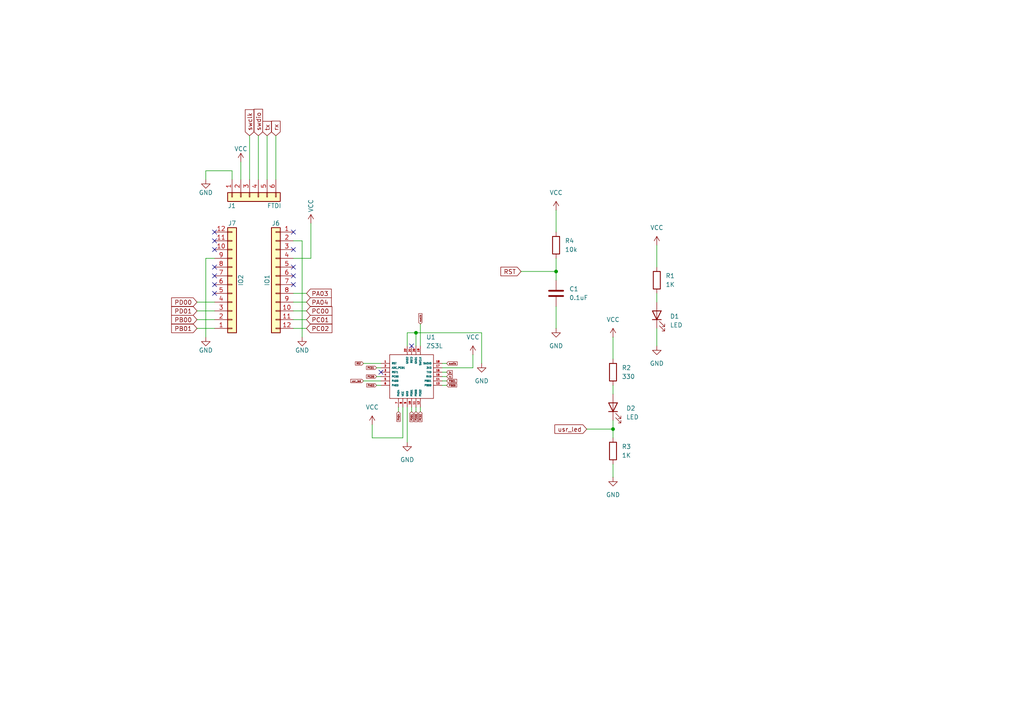
<source format=kicad_sch>
(kicad_sch (version 20231120) (generator "eeschema") (generator_version "8.0")
  (paper "A4")
  (title_block (date "sam. 04 avril 2015"))
  (lib_symbols
    (symbol "Connector_Generic:Conn_01x06" (pin_names (offset 1.016) hide)
      (property "Reference" "J" (at 0 7.62 0))
      (property "Value" "Conn_01x06" (at 0 -10.16 0))
      (symbol "Conn_01x06_1_1"
        (rectangle (start -1.27 -7.493) (end 0 -7.747) (stroke (width 0.1524)))
        (rectangle (start -1.27 -4.953) (end 0 -5.207) (stroke (width 0.1524)))
        (rectangle (start -1.27 -2.413) (end 0 -2.667) (stroke (width 0.1524)))
        (rectangle (start -1.27 0.127) (end 0 -0.127) (stroke (width 0.1524)))
        (rectangle (start -1.27 2.667) (end 0 2.413) (stroke (width 0.1524)))
        (rectangle (start -1.27 5.207) (end 0 4.953) (stroke (width 0.1524)))
        (rectangle (start -1.27 6.35) (end 1.27 -8.89) (stroke (width 0.254)) (fill (type background)))
        (pin passive line (at -5.08 5.08 0) (length 3.81) (name "Pin_1") (number "1"))
        (pin passive line (at -5.08 2.54 0) (length 3.81) (name "Pin_2") (number "2"))
        (pin passive line (at -5.08 0 0) (length 3.81) (name "Pin_3") (number "3"))
        (pin passive line (at -5.08 -2.54 0) (length 3.81) (name "Pin_4") (number "4"))
        (pin passive line (at -5.08 -5.08 0) (length 3.81) (name "Pin_5") (number "5"))
        (pin passive line (at -5.08 -7.62 0) (length 3.81) (name "Pin_6") (number "6"))
      )
    )
    (symbol "Connector_Generic:Conn_01x12" (pin_names (offset 1.016) hide)
      (property "Reference" "J" (at 0 15.24 0))
      (property "Value" "Conn_01x12" (at 0 -17.78 0))
      (symbol "Conn_01x12_1_1"
        (rectangle (start -1.27 -15.113) (end 0 -15.367) (stroke (width 0.1524)))
        (rectangle (start -1.27 -12.573) (end 0 -12.827) (stroke (width 0.1524)))
        (rectangle (start -1.27 -10.033) (end 0 -10.287) (stroke (width 0.1524)))
        (rectangle (start -1.27 -7.493) (end 0 -7.747) (stroke (width 0.1524)))
        (rectangle (start -1.27 -4.953) (end 0 -5.207) (stroke (width 0.1524)))
        (rectangle (start -1.27 -2.413) (end 0 -2.667) (stroke (width 0.1524)))
        (rectangle (start -1.27 0.127) (end 0 -0.127) (stroke (width 0.1524)))
        (rectangle (start -1.27 2.667) (end 0 2.413) (stroke (width 0.1524)))
        (rectangle (start -1.27 5.207) (end 0 4.953) (stroke (width 0.1524)))
        (rectangle (start -1.27 7.747) (end 0 7.493) (stroke (width 0.1524)))
        (rectangle (start -1.27 10.287) (end 0 10.033) (stroke (width 0.1524)))
        (rectangle (start -1.27 12.827) (end 0 12.573) (stroke (width 0.1524)))
        (rectangle (start -1.27 13.97) (end 1.27 -16.51) (stroke (width 0.254)) (fill (type background)))
        (pin passive line (at -5.08 12.7 0) (length 3.81) (name "Pin_1") (number "1"))
        (pin passive line (at -5.08 -10.16 0) (length 3.81) (name "Pin_10") (number "10"))
        (pin passive line (at -5.08 -12.7 0) (length 3.81) (name "Pin_11") (number "11"))
        (pin passive line (at -5.08 -15.24 0) (length 3.81) (name "Pin_12") (number "12"))
        (pin passive line (at -5.08 10.16 0) (length 3.81) (name "Pin_2") (number "2"))
        (pin passive line (at -5.08 7.62 0) (length 3.81) (name "Pin_3") (number "3"))
        (pin passive line (at -5.08 5.08 0) (length 3.81) (name "Pin_4") (number "4"))
        (pin passive line (at -5.08 2.54 0) (length 3.81) (name "Pin_5") (number "5"))
        (pin passive line (at -5.08 0 0) (length 3.81) (name "Pin_6") (number "6"))
        (pin passive line (at -5.08 -2.54 0) (length 3.81) (name "Pin_7") (number "7"))
        (pin passive line (at -5.08 -5.08 0) (length 3.81) (name "Pin_8") (number "8"))
        (pin passive line (at -5.08 -7.62 0) (length 3.81) (name "Pin_9") (number "9"))
      )
    )
    (symbol "Device:C" (pin_numbers hide) (pin_names (offset 0.254))
      (property "Reference" "C" (at 0.635 2.54 0))
      (property "Value" "C" (at 0.635 -2.54 0))
      (symbol "C_0_1"
        (polyline (pts (xy -2.032 -0.762) (xy 2.032 -0.762)) (stroke (width 0.508)))
        (polyline (pts (xy -2.032 0.762) (xy 2.032 0.762)) (stroke (width 0.508)))
      )
      (symbol "C_1_1"
        (pin passive line (at 0 3.81 270) (length 2.794) (name "~") (number "1"))
        (pin passive line (at 0 -3.81 90) (length 2.794) (name "~") (number "2"))
      )
    )
    (symbol "Device:LED" (pin_numbers hide) (pin_names (offset 1.016) hide)
      (property "Reference" "D" (at 0 2.54 0))
      (property "Value" "LED" (at 0 -2.54 0))
      (symbol "LED_0_1"
        (polyline (pts (xy -1.27 -1.27) (xy -1.27 1.27)) (stroke (width 0.254)))
        (polyline (pts (xy -1.27 0) (xy 1.27 0)))
        (polyline (pts (xy 1.27 -1.27) (xy 1.27 1.27) (xy -1.27 0) (xy 1.27 -1.27)) (stroke (width 0.254)))
        (polyline (pts (xy -3.048 -0.762) (xy -4.572 -2.286) (xy -3.81 -2.286) (xy -4.572 -2.286) (xy -4.572 -1.524)))
        (polyline (pts (xy -1.778 -0.762) (xy -3.302 -2.286) (xy -2.54 -2.286) (xy -3.302 -2.286) (xy -3.302 -1.524)))
      )
      (symbol "LED_1_1"
        (pin passive line (at -3.81 0 0) (length 2.54) (name "K") (number "1"))
        (pin passive line (at 3.81 0 180) (length 2.54) (name "A") (number "2"))
      )
    )
    (symbol "Device:R" (pin_numbers hide) (pin_names (offset 0))
      (property "Reference" "R" (at 2.032 0 90))
      (property "Value" "R" (at 0 0 90))
      (symbol "R_0_1"
        (rectangle (start -1.016 -2.54) (end 1.016 2.54) (stroke (width 0.254)))
      )
      (symbol "R_1_1"
        (pin passive line (at 0 3.81 270) (length 1.27) (name "~") (number "1"))
        (pin passive line (at 0 -3.81 90) (length 1.27) (name "~") (number "2"))
      )
    )
    (symbol "GND_1" (power) (pin_numbers hide) (pin_names (offset 0) hide)
      (property "Value" "GND" (at 0 -3.81 0))
      (symbol "GND_1_0_1"
        (polyline (pts (xy 0 0) (xy 0 -1.27) (xy 1.27 -1.27) (xy 0 -2.54) (xy -1.27 -1.27) (xy 0 -1.27)))
      )
      (symbol "GND_1_1_1"
        (pin power_in line (at 0 0 270) (length 0) (name "~") (number "1"))
      )
    )
    (symbol "GND_2" (power) (pin_numbers hide) (pin_names (offset 0) hide)
      (property "Value" "GND" (at 0 -3.81 0))
      (symbol "GND_2_0_1"
        (polyline (pts (xy 0 0) (xy 0 -1.27) (xy 1.27 -1.27) (xy 0 -2.54) (xy -1.27 -1.27) (xy 0 -1.27)))
      )
      (symbol "GND_2_1_1"
        (pin power_in line (at 0 0 270) (length 0) (name "~") (number "1"))
      )
    )
    (symbol "GND_3" (power) (pin_numbers hide) (pin_names (offset 0) hide)
      (property "Value" "GND" (at 0 -3.81 0))
      (symbol "GND_3_0_1"
        (polyline (pts (xy 0 0) (xy 0 -1.27) (xy 1.27 -1.27) (xy 0 -2.54) (xy -1.27 -1.27) (xy 0 -1.27)))
      )
      (symbol "GND_3_1_1"
        (pin power_in line (at 0 0 270) (length 0) (name "~") (number "1"))
      )
    )
    (symbol "GND_4" (power) (pin_numbers hide) (pin_names (offset 0) hide)
      (property "Value" "GND" (at 0 -3.81 0))
      (symbol "GND_4_0_1"
        (polyline (pts (xy 0 0) (xy 0 -1.27) (xy 1.27 -1.27) (xy 0 -2.54) (xy -1.27 -1.27) (xy 0 -1.27)))
      )
      (symbol "GND_4_1_1"
        (pin power_in line (at 0 0 270) (length 0) (name "~") (number "1"))
      )
    )
    (symbol "VCC_1" (power) (pin_numbers hide) (pin_names (offset 0) hide)
      (property "Value" "VCC" (at 0 3.556 0))
      (symbol "VCC_1_0_1"
        (polyline (pts (xy -0.762 1.27) (xy 0 2.54)))
        (polyline (pts (xy 0 0) (xy 0 2.54)))
        (polyline (pts (xy 0 2.54) (xy 0.762 1.27)))
      )
      (symbol "VCC_1_1_1"
        (pin power_in line (at 0 0 90) (length 0) (name "~") (number "1"))
      )
    )
    (symbol "VCC_2" (power) (pin_numbers hide) (pin_names (offset 0) hide)
      (property "Value" "VCC" (at 0 3.556 0))
      (symbol "VCC_2_0_1"
        (polyline (pts (xy -0.762 1.27) (xy 0 2.54)))
        (polyline (pts (xy 0 0) (xy 0 2.54)))
        (polyline (pts (xy 0 2.54) (xy 0.762 1.27)))
      )
      (symbol "VCC_2_1_1"
        (pin power_in line (at 0 0 90) (length 0) (name "~") (number "1"))
      )
    )
    (symbol "VCC_3" (power) (pin_numbers hide) (pin_names (offset 0) hide)
      (property "Value" "VCC" (at 0 3.556 0))
      (symbol "VCC_3_0_1"
        (polyline (pts (xy -0.762 1.27) (xy 0 2.54)))
        (polyline (pts (xy 0 0) (xy 0 2.54)))
        (polyline (pts (xy 0 2.54) (xy 0.762 1.27)))
      )
      (symbol "VCC_3_1_1"
        (pin power_in line (at 0 0 90) (length 0) (name "~") (number "1"))
      )
    )
    (symbol "local_Library:ZS3L_module"
      (property "Reference" "U" (at 0 0 0))
      (property "Value" "ZS3L" (at 5.842 -7.62 0))
      (symbol "ZS3L_module_0_1"
        (rectangle (start -6.35 6.35) (end 6.35 -6.35))
      )
      (symbol "ZS3L_module_1_1"
        (pin unspecified line (at -8.89 3.81 0) (length 2.54) (name "RST") (number "1"))
        (pin unspecified line (at 0 -8.89 90) (length 2.54) (name "PD01") (number "10"))
        (pin unspecified line (at 1.27 -8.89 90) (length 2.54) (name "PD00") (number "11"))
        (pin unspecified line (at 2.54 -8.89 90) (length 2.54) (name "PC02") (number "12"))
        (pin unspecified line (at 8.89 -2.54 180) (length 2.54) (name "PB00") (number "13"))
        (pin unspecified line (at 8.89 -1.27 180) (length 2.54) (name "PB01") (number "14"))
        (pin unspecified line (at 8.89 0 180) (length 2.54) (name "RXD") (number "15"))
        (pin unspecified line (at 8.89 1.27 180) (length 2.54) (name "TXD") (number "16"))
        (pin power_in line (at 8.89 2.54 180) (length 2.54) (name "3V3") (number "17"))
        (pin unspecified line (at 8.89 3.81 180) (length 2.54) (name "SWDIO") (number "18"))
        (pin unspecified line (at 2.54 8.89 270) (length 2.54) (name "SWCLK") (number "19"))
        (pin unspecified line (at -8.89 2.54 0) (length 2.54) (name "ADC_PC01") (number "2"))
        (pin power_in line (at 1.27 8.89 270) (length 2.54) (name "GND1") (number "20"))
        (pin unspecified line (at 0 8.89 270) (length 2.54) (name "RST2") (number "21"))
        (pin power_in line (at -1.27 8.89 270) (length 2.54) (name "GND2") (number "22"))
        (pin unspecified line (at -8.89 1.27 0) (length 2.54) (name "RST1") (number "3"))
        (pin unspecified line (at -8.89 0 0) (length 2.54) (name "PC00") (number "4"))
        (pin unspecified line (at -8.89 -1.27 0) (length 2.54) (name "PA00") (number "5"))
        (pin unspecified line (at -8.89 -2.54 0) (length 2.54) (name "PA03") (number "6"))
        (pin unspecified line (at -3.81 -8.89 90) (length 2.54) (name "PA04") (number "7"))
        (pin power_in line (at -2.54 -8.89 90) (length 2.54) (name "VCC") (number "8"))
        (pin power_in line (at -1.27 -8.89 90) (length 2.54) (name "GND") (number "9"))
      )
    )
    (symbol "power:GND" (power) (pin_names (offset 0))
      (property "Value" "GND" (at 0 -3.81 0))
      (symbol "GND_0_1"
        (polyline (pts (xy 0 0) (xy 0 -1.27) (xy 1.27 -1.27) (xy 0 -2.54) (xy -1.27 -1.27) (xy 0 -1.27)))
      )
      (symbol "GND_1_1"
        (pin power_in line (at 0 0 270) (length 0) hide (name "GND") (number "1"))
      )
    )
    (symbol "power:VCC" (power) (pin_names (offset 0))
      (property "Value" "VCC" (at 0 3.81 0))
      (symbol "VCC_0_1"
        (polyline (pts (xy -0.762 1.27) (xy 0 2.54)))
        (polyline (pts (xy 0 0) (xy 0 2.54)))
        (polyline (pts (xy 0 2.54) (xy 0.762 1.27)))
      )
      (symbol "VCC_1_1"
        (pin power_in line (at 0 0 90) (length 0) hide (name "VCC") (number "1"))
      )
    )
  )
  (junction (at 120.65 96.52))
  (junction (at 161.29 78.74))
  (junction (at 177.8 124.46))
  (no_connect (at 62.23 67.31))
  (no_connect (at 119.38 100.33))
  (no_connect (at 62.23 82.55))
  (no_connect (at 62.23 72.39))
  (no_connect (at 62.23 80.01))
  (no_connect (at 85.09 80.01))
  (no_connect (at 110.49 107.95))
  (no_connect (at 62.23 85.09))
  (no_connect (at 85.09 77.47))
  (no_connect (at 85.09 67.31))
  (no_connect (at 62.23 77.47))
  (no_connect (at 85.09 72.39))
  (no_connect (at 62.23 69.85))
  (no_connect (at 85.09 82.55))
  (wire (pts (xy 85.09 90.17) (xy 88.9 90.17)))
  (wire (pts (xy 151.13 78.74) (xy 161.29 78.74)))
  (wire (pts (xy 118.11 118.11) (xy 118.11 128.27)))
  (wire (pts (xy 105.41 105.41) (xy 110.49 105.41)))
  (wire (pts (xy 59.69 74.93) (xy 59.69 97.79)))
  (wire (pts (xy 177.8 97.79) (xy 177.8 104.14)))
  (wire (pts (xy 137.16 106.68) (xy 137.16 102.87)))
  (wire (pts (xy 128.27 106.68) (xy 137.16 106.68)))
  (wire (pts (xy 57.15 87.63) (xy 62.23 87.63)))
  (wire (pts (xy 105.41 110.49) (xy 110.49 110.49)))
  (wire (pts (xy 190.5 85.09) (xy 190.5 87.63)))
  (wire (pts (xy 69.85 46.99) (xy 69.85 52.07)))
  (wire (pts (xy 121.92 93.98) (xy 121.92 100.33)))
  (wire (pts (xy 87.63 69.85) (xy 87.63 97.79)))
  (wire (pts (xy 67.31 49.53) (xy 67.31 52.07)))
  (wire (pts (xy 177.8 124.46) (xy 177.8 127)))
  (wire (pts (xy 90.17 64.77) (xy 90.17 74.93)))
  (wire (pts (xy 121.92 118.11) (xy 121.92 119.38)))
  (wire (pts (xy 59.69 49.53) (xy 59.69 52.07)))
  (wire (pts (xy 128.27 111.76) (xy 129.54 111.76)))
  (wire (pts (xy 85.09 95.25) (xy 88.9 95.25)))
  (wire (pts (xy 74.93 39.37) (xy 74.93 52.07)))
  (wire (pts (xy 128.27 105.41) (xy 129.54 105.41)))
  (wire (pts (xy 85.09 74.93) (xy 90.17 74.93)))
  (wire (pts (xy 177.8 111.76) (xy 177.8 114.3)))
  (wire (pts (xy 190.5 95.25) (xy 190.5 100.33)))
  (wire (pts (xy 59.69 74.93) (xy 62.23 74.93)))
  (wire (pts (xy 120.65 96.52) (xy 139.7 96.52)))
  (wire (pts (xy 190.5 71.12) (xy 190.5 77.47)))
  (wire (pts (xy 177.8 121.92) (xy 177.8 124.46)))
  (wire (pts (xy 109.22 111.76) (xy 110.49 111.76)))
  (wire (pts (xy 118.11 100.33) (xy 118.11 96.52)))
  (wire (pts (xy 72.39 39.37) (xy 72.39 52.07)))
  (wire (pts (xy 161.29 60.96) (xy 161.29 67.31)))
  (wire (pts (xy 57.15 92.71) (xy 62.23 92.71)))
  (wire (pts (xy 118.11 96.52) (xy 120.65 96.52)))
  (wire (pts (xy 85.09 92.71) (xy 88.9 92.71)))
  (wire (pts (xy 59.69 49.53) (xy 67.31 49.53)))
  (wire (pts (xy 77.47 39.37) (xy 77.47 52.07)))
  (wire (pts (xy 109.22 106.68) (xy 110.49 106.68)))
  (wire (pts (xy 57.15 95.25) (xy 62.23 95.25)))
  (wire (pts (xy 170.18 124.46) (xy 177.8 124.46)))
  (wire (pts (xy 128.27 109.22) (xy 129.54 109.22)))
  (wire (pts (xy 161.29 74.93) (xy 161.29 78.74)))
  (wire (pts (xy 120.65 96.52) (xy 120.65 100.33)))
  (wire (pts (xy 116.84 127) (xy 107.95 127)))
  (wire (pts (xy 161.29 78.74) (xy 161.29 81.28)))
  (wire (pts (xy 120.65 118.11) (xy 120.65 119.38)))
  (wire (pts (xy 115.57 118.11) (xy 115.57 119.38)))
  (wire (pts (xy 85.09 87.63) (xy 88.9 87.63)))
  (wire (pts (xy 177.8 134.62) (xy 177.8 138.43)))
  (wire (pts (xy 128.27 107.95) (xy 129.54 107.95)))
  (wire (pts (xy 107.95 127) (xy 107.95 123.19)))
  (wire (pts (xy 116.84 118.11) (xy 116.84 127)))
  (wire (pts (xy 119.38 118.11) (xy 119.38 119.38)))
  (wire (pts (xy 109.22 109.22) (xy 110.49 109.22)))
  (wire (pts (xy 85.09 69.85) (xy 87.63 69.85)))
  (wire (pts (xy 85.09 85.09) (xy 88.9 85.09)))
  (wire (pts (xy 161.29 88.9) (xy 161.29 95.25)))
  (wire (pts (xy 80.01 39.37) (xy 80.01 52.07)))
  (wire (pts (xy 139.7 96.52) (xy 139.7 105.41)))
  (wire (pts (xy 57.15 90.17) (xy 62.23 90.17)))
  (wire (pts (xy 128.27 110.49) (xy 129.54 110.49)))
  (global_label "PB01" (shape input) (at 57.15 95.25 180) (property "Intersheetrefs" "${INTERSHEET_REFS}" (effects (hide yes))))
  (global_label "PA03" (shape input) (at 88.9 85.09 0) (property "Intersheetrefs" "${INTERSHEET_REFS}" (effects (hide yes))))
  (global_label "PC01" (shape input) (at 88.9 92.71 0) (property "Intersheetrefs" "${INTERSHEET_REFS}" (effects (hide yes))))
  (global_label "tx" (shape input) (at 77.47 39.37 90) (property "Intersheetrefs" "${INTERSHEET_REFS}" (effects (hide yes))))
  (global_label "swclk" (shape input) (at 121.92 93.98 90) (effects (font (size 0.508 0.508))) (property "Intersheetrefs" "${INTERSHEET_REFS}" (effects (hide yes))))
  (global_label "PD01" (shape input) (at 119.38 119.38 270) (effects (font (size 0.508 0.508))) (property "Intersheetrefs" "${INTERSHEET_REFS}" (effects (hide yes))))
  (global_label "PC02" (shape input) (at 88.9 95.25 0) (property "Intersheetrefs" "${INTERSHEET_REFS}" (effects (hide yes))))
  (global_label "swdio" (shape input) (at 129.54 105.41 0) (effects (font (size 0.508 0.508))) (property "Intersheetrefs" "${INTERSHEET_REFS}" (effects (hide yes))))
  (global_label "RST" (shape input) (at 151.13 78.74 180) (property "Intersheetrefs" "${INTERSHEET_REFS}" (effects (hide yes))))
  (global_label "PA03" (shape input) (at 109.22 111.76 180) (effects (font (size 0.508 0.508))) (property "Intersheetrefs" "${INTERSHEET_REFS}" (effects (hide yes))))
  (global_label "swclk" (shape input) (at 72.39 39.37 90) (property "Intersheetrefs" "${INTERSHEET_REFS}" (effects (hide yes))))
  (global_label "PC00" (shape input) (at 109.22 109.22 180) (effects (font (size 0.508 0.508))) (property "Intersheetrefs" "${INTERSHEET_REFS}" (effects (hide yes))))
  (global_label "PA04" (shape input) (at 115.57 119.38 270) (effects (font (size 0.508 0.508))) (property "Intersheetrefs" "${INTERSHEET_REFS}" (effects (hide yes))))
  (global_label "tx" (shape input) (at 129.54 107.95 0) (effects (font (size 0.508 0.508))) (property "Intersheetrefs" "${INTERSHEET_REFS}" (effects (hide yes))))
  (global_label "PB00" (shape input) (at 57.15 92.71 180) (property "Intersheetrefs" "${INTERSHEET_REFS}" (effects (hide yes))))
  (global_label "usr_led" (shape input) (at 105.41 110.49 180) (effects (font (size 0.508 0.508))) (property "Intersheetrefs" "${INTERSHEET_REFS}" (effects (hide yes))))
  (global_label "RST" (shape input) (at 105.41 105.41 180) (effects (font (size 0.508 0.508))) (property "Intersheetrefs" "${INTERSHEET_REFS}" (effects (hide yes))))
  (global_label "rx" (shape input) (at 129.54 109.22 0) (effects (font (size 0.508 0.508))) (property "Intersheetrefs" "${INTERSHEET_REFS}" (effects (hide yes))))
  (global_label "swdio" (shape input) (at 74.93 39.37 90) (property "Intersheetrefs" "${INTERSHEET_REFS}" (effects (hide yes))))
  (global_label "PC01" (shape input) (at 109.22 106.68 180) (effects (font (size 0.508 0.508))) (property "Intersheetrefs" "${INTERSHEET_REFS}" (effects (hide yes))))
  (global_label "PB00" (shape input) (at 129.54 111.76 0) (effects (font (size 0.508 0.508))) (property "Intersheetrefs" "${INTERSHEET_REFS}" (effects (hide yes))))
  (global_label "PD00" (shape input) (at 57.15 87.63 180) (property "Intersheetrefs" "${INTERSHEET_REFS}" (effects (hide yes))))
  (global_label "PB01" (shape input) (at 129.54 110.49 0) (effects (font (size 0.508 0.508))) (property "Intersheetrefs" "${INTERSHEET_REFS}" (effects (hide yes))))
  (global_label "rx" (shape input) (at 80.01 39.37 90) (property "Intersheetrefs" "${INTERSHEET_REFS}" (effects (hide yes))))
  (global_label "PD01" (shape input) (at 57.15 90.17 180) (property "Intersheetrefs" "${INTERSHEET_REFS}" (effects (hide yes))))
  (global_label "usr_led" (shape input) (at 170.18 124.46 180) (property "Intersheetrefs" "${INTERSHEET_REFS}" (effects (hide yes))))
  (global_label "PA04" (shape input) (at 88.9 87.63 0) (property "Intersheetrefs" "${INTERSHEET_REFS}" (effects (hide yes))))
  (global_label "PD00" (shape input) (at 120.65 119.38 270) (effects (font (size 0.508 0.508))) (property "Intersheetrefs" "${INTERSHEET_REFS}" (effects (hide yes))))
  (global_label "PC02" (shape input) (at 121.92 119.38 270) (effects (font (size 0.508 0.508))) (property "Intersheetrefs" "${INTERSHEET_REFS}" (effects (hide yes))))
  (global_label "PC00" (shape input) (at 88.9 90.17 0) (property "Intersheetrefs" "${INTERSHEET_REFS}" (effects (hide yes))))
  (symbol (lib_id "Connector_Generic:Conn_01x12") (at 67.31 82.55 0) (mirror x) (unit 1)
    (property "Reference" "J7" (at 67.31 64.77 0))
    (property "Value" "IO2" (at 69.85 81.28 90))
    (property "Footprint" "Connector_PinHeader_2.54mm:PinHeader_1x12_P2.54mm_Vertical" (effects (hide yes)))
  )
  (symbol (lib_id "Connector_Generic:Conn_01x12") (at 80.01 80.01 0) (mirror y) (unit 1)
    (property "Reference" "J6" (at 80.01 64.77 0))
    (property "Value" "IO1" (at 77.47 81.28 90))
    (property "Footprint" "Connector_PinHeader_2.54mm:PinHeader_1x12_P2.54mm_Vertical" (effects (hide yes)))
  )
  (symbol (lib_id "Device:LED") (at 177.8 118.11 90) (unit 1)
    (property "Reference" "D2" (at 181.61 118.4274 90) (effects (justify right)))
    (property "Value" "LED" (at 181.61 120.9674 90) (effects (justify right)))
    (property "Footprint" "LED_SMD:LED_0402_1005Metric_Pad0.77x0.64mm_HandSolder" (effects (hide yes)))
    (property "Description" "Light emitting diode" (effects (hide yes)))
  )
  (symbol (lib_id "Device:C") (at 161.29 85.09 0) (unit 1)
    (property "Reference" "C1" (at 165.1 83.8199 0) (effects (justify left)))
    (property "Value" "0.1uF" (at 165.1 86.3599 0) (effects (justify left)))
    (property "Footprint" "Capacitor_SMD:C_0402_1005Metric_Pad0.74x0.62mm_HandSolder" (effects (hide yes)))
    (property "Description" "Unpolarized capacitor" (effects (hide yes)))
  )
  (symbol (lib_id "Device:R") (at 177.8 130.81 0) (unit 1)
    (property "Reference" "R3" (at 180.34 129.5399 0) (effects (justify left)))
    (property "Value" "1K" (at 180.34 132.0799 0) (effects (justify left)))
    (property "Footprint" "Resistor_SMD:R_0402_1005Metric_Pad0.72x0.64mm_HandSolder" (effects (hide yes)))
    (property "Description" "Resistor" (effects (hide yes)))
  )
  (symbol (lib_name "GND_4") (lib_id "power:GND") (at 161.29 95.25 0) (unit 1)
    (property "Reference" "#PWR09" (effects (hide yes)))
    (property "Value" "GND" (at 161.29 100.33 0))
    (property "Description" "Power symbol creates a global label with name \"GND\" , ground" (effects (hide yes)))
  )
  (symbol (lib_name "VCC_3") (lib_id "power:VCC") (at 177.8 97.79 0) (unit 1)
    (property "Reference" "#PWR07" (effects (hide yes)))
    (property "Value" "VCC" (at 177.8 92.71 0))
    (property "Description" "Power symbol creates a global label with name \"VCC\"" (effects (hide yes)))
  )
  (symbol (lib_id "power:VCC") (at 69.85 46.99 0) (unit 1)
    (property "Reference" "#PWR0101" (effects (hide yes)))
    (property "Value" "VCC" (at 69.85 43.18 0))
  )
  (symbol (lib_id "local_Library:ZS3L_module") (at 119.38 109.22 0) (unit 1)
    (property "Reference" "U1" (at 123.5902 97.79 0) (effects (justify left)))
    (property "Value" "ZS3L" (at 123.5902 100.33 0) (effects (justify left)))
    (property "Footprint" "local:ZS3L" (effects (hide yes)))
  )
  (symbol (lib_name "VCC_2") (lib_id "power:VCC") (at 137.16 102.87 0) (unit 1)
    (property "Reference" "#PWR04" (effects (hide yes)))
    (property "Value" "VCC" (at 137.16 97.79 0))
    (property "Description" "Power symbol creates a global label with name \"VCC\"" (effects (hide yes)))
  )
  (symbol (lib_name "VCC_3") (lib_id "power:VCC") (at 190.5 71.12 0) (unit 1)
    (property "Reference" "#PWR05" (effects (hide yes)))
    (property "Value" "VCC" (at 190.5 66.04 0))
    (property "Description" "Power symbol creates a global label with name \"VCC\"" (effects (hide yes)))
  )
  (symbol (lib_id "power:GND") (at 87.63 97.79 0) (unit 1)
    (property "Reference" "#PWR0106" (effects (hide yes)))
    (property "Value" "GND" (at 87.63 101.6 0))
  )
  (symbol (lib_id "power:GND") (at 59.69 97.79 0) (unit 1)
    (property "Reference" "#PWR0105" (effects (hide yes)))
    (property "Value" "GND" (at 59.69 101.6 0))
  )
  (symbol (lib_id "Device:R") (at 161.29 71.12 0) (unit 1)
    (property "Reference" "R4" (at 163.83 69.8499 0) (effects (justify left)))
    (property "Value" "10k" (at 163.83 72.3899 0) (effects (justify left)))
    (property "Footprint" "Resistor_SMD:R_0402_1005Metric_Pad0.72x0.64mm_HandSolder" (effects (hide yes)))
    (property "Description" "Resistor" (effects (hide yes)))
  )
  (symbol (lib_id "Device:R") (at 177.8 107.95 0) (unit 1)
    (property "Reference" "R2" (at 180.34 106.6799 0) (effects (justify left)))
    (property "Value" "330" (at 180.34 109.2199 0) (effects (justify left)))
    (property "Footprint" "Resistor_SMD:R_0402_1005Metric_Pad0.72x0.64mm_HandSolder" (effects (hide yes)))
    (property "Description" "Resistor" (effects (hide yes)))
  )
  (symbol (lib_name "GND_1") (lib_id "power:GND") (at 118.11 128.27 0) (unit 1)
    (property "Reference" "#PWR02" (effects (hide yes)))
    (property "Value" "GND" (at 118.11 133.35 0))
    (property "Description" "Power symbol creates a global label with name \"GND\" , ground" (effects (hide yes)))
  )
  (symbol (lib_id "Device:LED") (at 190.5 91.44 90) (unit 1)
    (property "Reference" "D1" (at 194.31 91.7574 90) (effects (justify right)))
    (property "Value" "LED" (at 194.31 94.2974 90) (effects (justify right)))
    (property "Footprint" "LED_SMD:LED_0402_1005Metric_Pad0.77x0.64mm_HandSolder" (effects (hide yes)))
    (property "Description" "Light emitting diode" (effects (hide yes)))
  )
  (symbol (lib_name "VCC_3") (lib_id "power:VCC") (at 161.29 60.96 0) (unit 1)
    (property "Reference" "#PWR010" (effects (hide yes)))
    (property "Value" "VCC" (at 161.29 55.88 0))
    (property "Description" "Power symbol creates a global label with name \"VCC\"" (effects (hide yes)))
  )
  (symbol (lib_name "GND_2") (lib_id "power:GND") (at 139.7 105.41 0) (unit 1)
    (property "Reference" "#PWR03" (effects (hide yes)))
    (property "Value" "GND" (at 139.7 110.49 0))
    (property "Description" "Power symbol creates a global label with name \"GND\" , ground" (effects (hide yes)))
  )
  (symbol (lib_name "GND_3") (lib_id "power:GND") (at 177.8 138.43 0) (unit 1)
    (property "Reference" "#PWR08" (effects (hide yes)))
    (property "Value" "GND" (at 177.8 143.51 0))
    (property "Description" "Power symbol creates a global label with name \"GND\" , ground" (effects (hide yes)))
  )
  (symbol (lib_id "Connector_Generic:Conn_01x06") (at 72.39 57.15 90) (mirror x) (unit 1)
    (property "Reference" "J1" (at 66.04 59.69 90) (effects (justify right)))
    (property "Value" "FTDI" (at 77.47 59.69 90) (effects (justify right)))
    (property "Footprint" "Connector_PinHeader_2.54mm:PinHeader_1x06_P2.54mm_Horizontal" (effects (hide yes)))
  )
  (symbol (lib_id "Device:R") (at 190.5 81.28 0) (unit 1)
    (property "Reference" "R1" (at 193.04 80.0099 0) (effects (justify left)))
    (property "Value" "1K" (at 193.04 82.5499 0) (effects (justify left)))
    (property "Footprint" "Resistor_SMD:R_0402_1005Metric_Pad0.72x0.64mm_HandSolder" (effects (hide yes)))
    (property "Description" "Resistor" (effects (hide yes)))
  )
  (symbol (lib_name "VCC_1") (lib_id "power:VCC") (at 107.95 123.19 0) (unit 1)
    (property "Reference" "#PWR01" (effects (hide yes)))
    (property "Value" "VCC" (at 107.95 118.11 0))
    (property "Description" "Power symbol creates a global label with name \"VCC\"" (effects (hide yes)))
  )
  (symbol (lib_name "GND_3") (lib_id "power:GND") (at 190.5 100.33 0) (unit 1)
    (property "Reference" "#PWR06" (effects (hide yes)))
    (property "Value" "GND" (at 190.5 105.41 0))
    (property "Description" "Power symbol creates a global label with name \"GND\" , ground" (effects (hide yes)))
  )
  (symbol (lib_id "power:VCC") (at 90.17 64.77 0) (unit 1)
    (property "Reference" "#PWR0102" (effects (hide yes)))
    (property "Value" "VCC" (at 90.17 59.69 90))
  )
  (symbol (lib_id "power:GND") (at 59.69 52.07 0) (unit 1)
    (property "Reference" "#PWR0104" (effects (hide yes)))
    (property "Value" "GND" (at 59.69 55.88 0))
  )
)
</source>
